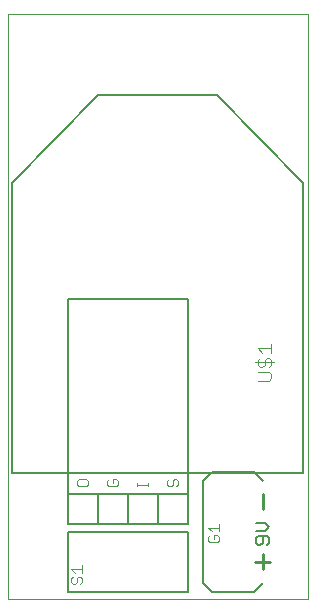
<source format=gto>
G75*
%MOIN*%
%OFA0B0*%
%FSLAX24Y24*%
%IPPOS*%
%LPD*%
%AMOC8*
5,1,8,0,0,1.08239X$1,22.5*
%
%ADD10C,0.0000*%
%ADD11C,0.0050*%
%ADD12C,0.0030*%
%ADD13C,0.0040*%
%ADD14C,0.0080*%
%ADD15C,0.0100*%
%ADD16C,0.0060*%
D10*
X000680Y000680D02*
X000680Y020180D01*
X010680Y020180D01*
X010680Y000680D01*
X000680Y000680D01*
D11*
X002680Y003180D02*
X003680Y003180D01*
X003680Y004180D01*
X004680Y004180D01*
X004680Y003180D01*
X003680Y003180D01*
X003680Y004180D02*
X002680Y004180D01*
X002680Y010680D01*
X006680Y010680D01*
X006680Y004180D01*
X005680Y004180D01*
X005680Y003180D01*
X004680Y003180D01*
X004680Y004180D02*
X005680Y004180D01*
X005680Y003180D02*
X006680Y003180D01*
X006680Y004180D01*
X010523Y004881D02*
X000837Y004881D01*
X000837Y014566D01*
X003711Y017479D01*
X007649Y017479D01*
X010523Y014566D01*
X010523Y004881D01*
X002680Y004180D02*
X002680Y003180D01*
D12*
X003056Y004445D02*
X003303Y004445D01*
X003365Y004507D01*
X003365Y004630D01*
X003303Y004692D01*
X003056Y004692D01*
X002995Y004630D01*
X002995Y004507D01*
X003056Y004445D01*
X003995Y004507D02*
X004056Y004445D01*
X004303Y004445D01*
X004365Y004507D01*
X004365Y004630D01*
X004303Y004692D01*
X004180Y004692D01*
X004180Y004568D01*
X004056Y004692D02*
X003995Y004630D01*
X003995Y004507D01*
X004995Y004507D02*
X005365Y004507D01*
X005365Y004568D02*
X005365Y004445D01*
X004995Y004445D02*
X004995Y004568D01*
X005995Y004507D02*
X006056Y004445D01*
X006118Y004445D01*
X006180Y004507D01*
X006180Y004630D01*
X006242Y004692D01*
X006303Y004692D01*
X006365Y004630D01*
X006365Y004507D01*
X006303Y004445D01*
X006056Y004692D02*
X005995Y004630D01*
X005995Y004507D01*
X003165Y001810D02*
X003165Y001563D01*
X003165Y001687D02*
X002795Y001687D01*
X002918Y001563D01*
X002856Y001442D02*
X002795Y001380D01*
X002795Y001257D01*
X002856Y001195D01*
X002918Y001195D01*
X002980Y001257D01*
X002980Y001380D01*
X003042Y001442D01*
X003103Y001442D01*
X003165Y001380D01*
X003165Y001257D01*
X003103Y001195D01*
D13*
X007375Y002642D02*
X007435Y002582D01*
X007675Y002582D01*
X007735Y002642D01*
X007735Y002762D01*
X007675Y002822D01*
X007555Y002822D01*
X007555Y002702D01*
X007435Y002822D02*
X007375Y002762D01*
X007375Y002642D01*
X007495Y002950D02*
X007375Y003070D01*
X007735Y003070D01*
X007735Y002950D02*
X007735Y003190D01*
X009019Y007968D02*
X009402Y007968D01*
X009479Y008045D01*
X009479Y008199D01*
X009402Y008275D01*
X009019Y008275D01*
X009095Y008429D02*
X009019Y008506D01*
X009019Y008659D01*
X009095Y008736D01*
X009172Y008889D02*
X009019Y009043D01*
X009479Y009043D01*
X009479Y009196D02*
X009479Y008889D01*
X009402Y008736D02*
X009325Y008736D01*
X009249Y008659D01*
X009249Y008506D01*
X009172Y008429D01*
X009095Y008429D01*
X008942Y008582D02*
X009556Y008582D01*
X009479Y008506D02*
X009479Y008659D01*
X009402Y008736D01*
X009479Y008506D02*
X009402Y008429D01*
D14*
X009250Y003240D02*
X008970Y003240D01*
X008970Y002960D02*
X009250Y002960D01*
X009390Y003100D01*
X009250Y003240D01*
X009320Y002779D02*
X009040Y002779D01*
X008970Y002709D01*
X008970Y002569D01*
X009040Y002499D01*
X009110Y002499D01*
X009180Y002569D01*
X009180Y002779D01*
X009320Y002779D02*
X009390Y002709D01*
X009390Y002569D01*
X009320Y002499D01*
X006680Y002930D02*
X006680Y000930D01*
X002680Y000930D01*
X002680Y002930D01*
X006680Y002930D01*
D15*
X008930Y001930D02*
X009430Y001930D01*
X009180Y002180D02*
X009180Y001680D01*
X009180Y003680D02*
X009180Y004180D01*
D16*
X009180Y004630D02*
X008880Y004930D01*
X007480Y004930D01*
X007180Y004630D01*
X007180Y001230D01*
X007480Y000930D01*
X008880Y000930D01*
X009180Y001230D01*
M02*

</source>
